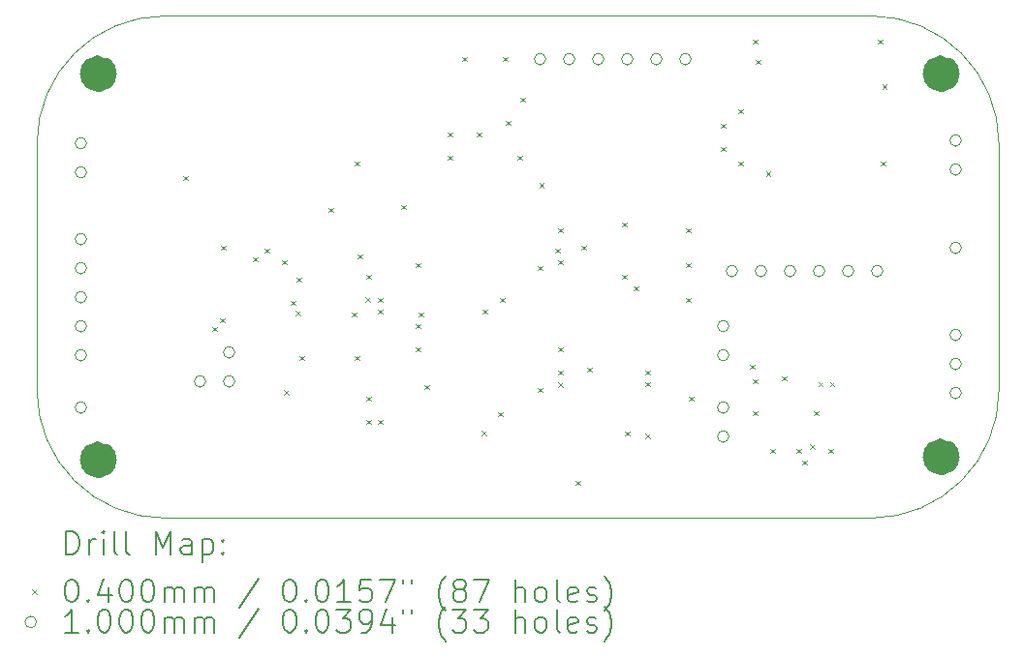
<source format=gbr>
%TF.GenerationSoftware,KiCad,Pcbnew,7.0.8*%
%TF.CreationDate,2024-04-12T14:19:26-07:00*%
%TF.ProjectId,2-channel-EEG,322d6368-616e-46e6-956c-2d4545472e6b,rev?*%
%TF.SameCoordinates,Original*%
%TF.FileFunction,Drillmap*%
%TF.FilePolarity,Positive*%
%FSLAX45Y45*%
G04 Gerber Fmt 4.5, Leading zero omitted, Abs format (unit mm)*
G04 Created by KiCad (PCBNEW 7.0.8) date 2024-04-12 14:19:26*
%MOMM*%
%LPD*%
G01*
G04 APERTURE LIST*
%ADD10C,0.100000*%
%ADD11C,1.625000*%
%ADD12C,0.200000*%
%ADD13C,0.040000*%
G04 APERTURE END LIST*
D10*
X13408855Y-8029145D02*
X19580255Y-8029145D01*
X19580255Y-12423345D02*
X13408855Y-12423345D01*
X20698255Y-9147145D02*
X20698255Y-11305345D01*
D11*
X20274250Y-8534400D02*
G75*
G03*
X20274250Y-8534400I-81250J0D01*
G01*
D10*
X20698257Y-9147145D02*
G75*
G03*
X19580255Y-8029143I-1118007J-5D01*
G01*
X12290855Y-11305345D02*
X12290855Y-9147145D01*
X13408855Y-8029145D02*
G75*
G03*
X12290855Y-9147145I0J-1118000D01*
G01*
X19580255Y-12423345D02*
G75*
G03*
X20698255Y-11305345I0J1118000D01*
G01*
D11*
X12908250Y-11912600D02*
G75*
G03*
X12908250Y-11912600I-81250J0D01*
G01*
X20274250Y-11887200D02*
G75*
G03*
X20274250Y-11887200I-81250J0D01*
G01*
D10*
X12290855Y-11305345D02*
G75*
G03*
X13408855Y-12423345I1118000J0D01*
G01*
D11*
X12908250Y-8534400D02*
G75*
G03*
X12908250Y-8534400I-81250J0D01*
G01*
D12*
D13*
X13569000Y-9428800D02*
X13609000Y-9468800D01*
X13609000Y-9428800D02*
X13569000Y-9468800D01*
X13823000Y-10749600D02*
X13863000Y-10789600D01*
X13863000Y-10749600D02*
X13823000Y-10789600D01*
X13893675Y-10673400D02*
X13933675Y-10713400D01*
X13933675Y-10673400D02*
X13893675Y-10713400D01*
X13899200Y-10038400D02*
X13939200Y-10078400D01*
X13939200Y-10038400D02*
X13899200Y-10078400D01*
X14178600Y-10140000D02*
X14218600Y-10180000D01*
X14218600Y-10140000D02*
X14178600Y-10180000D01*
X14280200Y-10063800D02*
X14320200Y-10103800D01*
X14320200Y-10063800D02*
X14280200Y-10103800D01*
X14432600Y-10165400D02*
X14472600Y-10205400D01*
X14472600Y-10165400D02*
X14432600Y-10205400D01*
X14451550Y-11301950D02*
X14491550Y-11341950D01*
X14491550Y-11301950D02*
X14451550Y-11341950D01*
X14508800Y-10521000D02*
X14548800Y-10561000D01*
X14548800Y-10521000D02*
X14508800Y-10561000D01*
X14553499Y-10610398D02*
X14593499Y-10650398D01*
X14593499Y-10610398D02*
X14553499Y-10650398D01*
X14559600Y-10317800D02*
X14599600Y-10357800D01*
X14599600Y-10317800D02*
X14559600Y-10357800D01*
X14585000Y-11003600D02*
X14625000Y-11043600D01*
X14625000Y-11003600D02*
X14585000Y-11043600D01*
X14839000Y-9708200D02*
X14879000Y-9748200D01*
X14879000Y-9708200D02*
X14839000Y-9748200D01*
X15042200Y-10622600D02*
X15082200Y-10662600D01*
X15082200Y-10622600D02*
X15042200Y-10662600D01*
X15067600Y-9301800D02*
X15107600Y-9341800D01*
X15107600Y-9301800D02*
X15067600Y-9341800D01*
X15067600Y-11003600D02*
X15107600Y-11043600D01*
X15107600Y-11003600D02*
X15067600Y-11043600D01*
X15093000Y-10114600D02*
X15133000Y-10154600D01*
X15133000Y-10114600D02*
X15093000Y-10154600D01*
X15163300Y-10491500D02*
X15203300Y-10531500D01*
X15203300Y-10491500D02*
X15163300Y-10531500D01*
X15169200Y-10292400D02*
X15209200Y-10332400D01*
X15209200Y-10292400D02*
X15169200Y-10332400D01*
X15169200Y-11359200D02*
X15209200Y-11399200D01*
X15209200Y-11359200D02*
X15169200Y-11399200D01*
X15169200Y-11562400D02*
X15209200Y-11602400D01*
X15209200Y-11562400D02*
X15169200Y-11602400D01*
X15270800Y-10495600D02*
X15310800Y-10535600D01*
X15310800Y-10495600D02*
X15270800Y-10535600D01*
X15270800Y-10597200D02*
X15310800Y-10637200D01*
X15310800Y-10597200D02*
X15270800Y-10637200D01*
X15270800Y-11562400D02*
X15310800Y-11602400D01*
X15310800Y-11562400D02*
X15270800Y-11602400D01*
X15474000Y-9682800D02*
X15514000Y-9722800D01*
X15514000Y-9682800D02*
X15474000Y-9722800D01*
X15601000Y-10190800D02*
X15641000Y-10230800D01*
X15641000Y-10190800D02*
X15601000Y-10230800D01*
X15601000Y-10724200D02*
X15641000Y-10764200D01*
X15641000Y-10724200D02*
X15601000Y-10764200D01*
X15601000Y-10927400D02*
X15641000Y-10967400D01*
X15641000Y-10927400D02*
X15601000Y-10967400D01*
X15626400Y-10622600D02*
X15666400Y-10662600D01*
X15666400Y-10622600D02*
X15626400Y-10662600D01*
X15677200Y-11257600D02*
X15717200Y-11297600D01*
X15717200Y-11257600D02*
X15677200Y-11297600D01*
X15880400Y-9047800D02*
X15920400Y-9087800D01*
X15920400Y-9047800D02*
X15880400Y-9087800D01*
X15880400Y-9251000D02*
X15920400Y-9291000D01*
X15920400Y-9251000D02*
X15880400Y-9291000D01*
X16007400Y-8387400D02*
X16047400Y-8427400D01*
X16047400Y-8387400D02*
X16007400Y-8427400D01*
X16134400Y-9047800D02*
X16174400Y-9087800D01*
X16174400Y-9047800D02*
X16134400Y-9087800D01*
X16177150Y-11655950D02*
X16217150Y-11695950D01*
X16217150Y-11655950D02*
X16177150Y-11695950D01*
X16185200Y-10597200D02*
X16225200Y-10637200D01*
X16225200Y-10597200D02*
X16185200Y-10637200D01*
X16319300Y-11493300D02*
X16359300Y-11533300D01*
X16359300Y-11493300D02*
X16319300Y-11533300D01*
X16337600Y-10495600D02*
X16377600Y-10535600D01*
X16377600Y-10495600D02*
X16337600Y-10535600D01*
X16363000Y-8387400D02*
X16403000Y-8427400D01*
X16403000Y-8387400D02*
X16363000Y-8427400D01*
X16388400Y-8946200D02*
X16428400Y-8986200D01*
X16428400Y-8946200D02*
X16388400Y-8986200D01*
X16490000Y-9251000D02*
X16530000Y-9291000D01*
X16530000Y-9251000D02*
X16490000Y-9291000D01*
X16515400Y-8743000D02*
X16555400Y-8783000D01*
X16555400Y-8743000D02*
X16515400Y-8783000D01*
X16667800Y-10216200D02*
X16707800Y-10256200D01*
X16707800Y-10216200D02*
X16667800Y-10256200D01*
X16667800Y-11283000D02*
X16707800Y-11323000D01*
X16707800Y-11283000D02*
X16667800Y-11323000D01*
X16680400Y-9492400D02*
X16720400Y-9532400D01*
X16720400Y-9492400D02*
X16680400Y-9532400D01*
X16820200Y-10063800D02*
X16860200Y-10103800D01*
X16860200Y-10063800D02*
X16820200Y-10103800D01*
X16845600Y-9886000D02*
X16885600Y-9926000D01*
X16885600Y-9886000D02*
X16845600Y-9926000D01*
X16845600Y-10165400D02*
X16885600Y-10205400D01*
X16885600Y-10165400D02*
X16845600Y-10205400D01*
X16845600Y-10927400D02*
X16885600Y-10967400D01*
X16885600Y-10927400D02*
X16845600Y-10967400D01*
X16845600Y-11130600D02*
X16885600Y-11170600D01*
X16885600Y-11130600D02*
X16845600Y-11170600D01*
X16845600Y-11236225D02*
X16885600Y-11276225D01*
X16885600Y-11236225D02*
X16845600Y-11276225D01*
X16998000Y-12095800D02*
X17038000Y-12135800D01*
X17038000Y-12095800D02*
X16998000Y-12135800D01*
X17048800Y-10038400D02*
X17088800Y-10078400D01*
X17088800Y-10038400D02*
X17048800Y-10078400D01*
X17099600Y-11105200D02*
X17139600Y-11145200D01*
X17139600Y-11105200D02*
X17099600Y-11145200D01*
X17404400Y-9835200D02*
X17444400Y-9875200D01*
X17444400Y-9835200D02*
X17404400Y-9875200D01*
X17404400Y-10292400D02*
X17444400Y-10332400D01*
X17444400Y-10292400D02*
X17404400Y-10332400D01*
X17429800Y-11664000D02*
X17469800Y-11704000D01*
X17469800Y-11664000D02*
X17429800Y-11704000D01*
X17506000Y-10394000D02*
X17546000Y-10434000D01*
X17546000Y-10394000D02*
X17506000Y-10434000D01*
X17607600Y-11130600D02*
X17647600Y-11170600D01*
X17647600Y-11130600D02*
X17607600Y-11170600D01*
X17607600Y-11232200D02*
X17647600Y-11272200D01*
X17647600Y-11232200D02*
X17607600Y-11272200D01*
X17607600Y-11686450D02*
X17647600Y-11726450D01*
X17647600Y-11686450D02*
X17607600Y-11726450D01*
X17963200Y-9886000D02*
X18003200Y-9926000D01*
X18003200Y-9886000D02*
X17963200Y-9926000D01*
X17963200Y-10190800D02*
X18003200Y-10230800D01*
X18003200Y-10190800D02*
X17963200Y-10230800D01*
X17963200Y-10495600D02*
X18003200Y-10535600D01*
X18003200Y-10495600D02*
X17963200Y-10535600D01*
X17988600Y-11359200D02*
X18028600Y-11399200D01*
X18028600Y-11359200D02*
X17988600Y-11399200D01*
X18268000Y-8971600D02*
X18308000Y-9011600D01*
X18308000Y-8971600D02*
X18268000Y-9011600D01*
X18268000Y-9174800D02*
X18308000Y-9214800D01*
X18308000Y-9174800D02*
X18268000Y-9214800D01*
X18420400Y-8844600D02*
X18460400Y-8884600D01*
X18460400Y-8844600D02*
X18420400Y-8884600D01*
X18420400Y-9301800D02*
X18460400Y-9341800D01*
X18460400Y-9301800D02*
X18420400Y-9341800D01*
X18522000Y-11079800D02*
X18562000Y-11119800D01*
X18562000Y-11079800D02*
X18522000Y-11119800D01*
X18547400Y-8235000D02*
X18587400Y-8275000D01*
X18587400Y-8235000D02*
X18547400Y-8275000D01*
X18547400Y-11206800D02*
X18587400Y-11246800D01*
X18587400Y-11206800D02*
X18547400Y-11246800D01*
X18547400Y-11486200D02*
X18587400Y-11526200D01*
X18587400Y-11486200D02*
X18547400Y-11526200D01*
X18572800Y-8412800D02*
X18612800Y-8452800D01*
X18612800Y-8412800D02*
X18572800Y-8452800D01*
X18661700Y-9390700D02*
X18701700Y-9430700D01*
X18701700Y-9390700D02*
X18661700Y-9430700D01*
X18699800Y-11816400D02*
X18739800Y-11856400D01*
X18739800Y-11816400D02*
X18699800Y-11856400D01*
X18801400Y-11181400D02*
X18841400Y-11221400D01*
X18841400Y-11181400D02*
X18801400Y-11221400D01*
X18928400Y-11816400D02*
X18968400Y-11856400D01*
X18968400Y-11816400D02*
X18928400Y-11856400D01*
X18979200Y-11918000D02*
X19019200Y-11958000D01*
X19019200Y-11918000D02*
X18979200Y-11958000D01*
X19045097Y-11778320D02*
X19085097Y-11818320D01*
X19085097Y-11778320D02*
X19045097Y-11818320D01*
X19080800Y-11486200D02*
X19120800Y-11526200D01*
X19120800Y-11486200D02*
X19080800Y-11526200D01*
X19119300Y-11232200D02*
X19159300Y-11272200D01*
X19159300Y-11232200D02*
X19119300Y-11272200D01*
X19207800Y-11816400D02*
X19247800Y-11856400D01*
X19247800Y-11816400D02*
X19207800Y-11856400D01*
X19220900Y-11232200D02*
X19260900Y-11272200D01*
X19260900Y-11232200D02*
X19220900Y-11272200D01*
X19639600Y-8235000D02*
X19679600Y-8275000D01*
X19679600Y-8235000D02*
X19639600Y-8275000D01*
X19665000Y-9301800D02*
X19705000Y-9341800D01*
X19705000Y-9301800D02*
X19665000Y-9341800D01*
X19678130Y-8628270D02*
X19718130Y-8668270D01*
X19718130Y-8628270D02*
X19678130Y-8668270D01*
D10*
X12724600Y-9143500D02*
G75*
G03*
X12724600Y-9143500I-50000J0D01*
G01*
X12724600Y-9397500D02*
G75*
G03*
X12724600Y-9397500I-50000J0D01*
G01*
X12724600Y-9982200D02*
G75*
G03*
X12724600Y-9982200I-50000J0D01*
G01*
X12724600Y-10236200D02*
G75*
G03*
X12724600Y-10236200I-50000J0D01*
G01*
X12724600Y-10490200D02*
G75*
G03*
X12724600Y-10490200I-50000J0D01*
G01*
X12724600Y-10744200D02*
G75*
G03*
X12724600Y-10744200I-50000J0D01*
G01*
X12724600Y-10998200D02*
G75*
G03*
X12724600Y-10998200I-50000J0D01*
G01*
X12724600Y-11455400D02*
G75*
G03*
X12724600Y-11455400I-50000J0D01*
G01*
X13766000Y-11226800D02*
G75*
G03*
X13766000Y-11226800I-50000J0D01*
G01*
X14020000Y-10972800D02*
G75*
G03*
X14020000Y-10972800I-50000J0D01*
G01*
X14020000Y-11226800D02*
G75*
G03*
X14020000Y-11226800I-50000J0D01*
G01*
X16737800Y-8407400D02*
G75*
G03*
X16737800Y-8407400I-50000J0D01*
G01*
X16991800Y-8407400D02*
G75*
G03*
X16991800Y-8407400I-50000J0D01*
G01*
X17245800Y-8407400D02*
G75*
G03*
X17245800Y-8407400I-50000J0D01*
G01*
X17499800Y-8407400D02*
G75*
G03*
X17499800Y-8407400I-50000J0D01*
G01*
X17753800Y-8407400D02*
G75*
G03*
X17753800Y-8407400I-50000J0D01*
G01*
X18007800Y-8407400D02*
G75*
G03*
X18007800Y-8407400I-50000J0D01*
G01*
X18338000Y-10743700D02*
G75*
G03*
X18338000Y-10743700I-50000J0D01*
G01*
X18338000Y-10997700D02*
G75*
G03*
X18338000Y-10997700I-50000J0D01*
G01*
X18338000Y-11455400D02*
G75*
G03*
X18338000Y-11455400I-50000J0D01*
G01*
X18338000Y-11709400D02*
G75*
G03*
X18338000Y-11709400I-50000J0D01*
G01*
X18414200Y-10261600D02*
G75*
G03*
X18414200Y-10261600I-50000J0D01*
G01*
X18668200Y-10261600D02*
G75*
G03*
X18668200Y-10261600I-50000J0D01*
G01*
X18922200Y-10261600D02*
G75*
G03*
X18922200Y-10261600I-50000J0D01*
G01*
X19176200Y-10261600D02*
G75*
G03*
X19176200Y-10261600I-50000J0D01*
G01*
X19430200Y-10261600D02*
G75*
G03*
X19430200Y-10261600I-50000J0D01*
G01*
X19684200Y-10261600D02*
G75*
G03*
X19684200Y-10261600I-50000J0D01*
G01*
X20370000Y-9118600D02*
G75*
G03*
X20370000Y-9118600I-50000J0D01*
G01*
X20370000Y-9372600D02*
G75*
G03*
X20370000Y-9372600I-50000J0D01*
G01*
X20370000Y-10058400D02*
G75*
G03*
X20370000Y-10058400I-50000J0D01*
G01*
X20370000Y-10820400D02*
G75*
G03*
X20370000Y-10820400I-50000J0D01*
G01*
X20370000Y-11074400D02*
G75*
G03*
X20370000Y-11074400I-50000J0D01*
G01*
X20370000Y-11328400D02*
G75*
G03*
X20370000Y-11328400I-50000J0D01*
G01*
D12*
X12546631Y-12739829D02*
X12546631Y-12539829D01*
X12546631Y-12539829D02*
X12594250Y-12539829D01*
X12594250Y-12539829D02*
X12622822Y-12549353D01*
X12622822Y-12549353D02*
X12641869Y-12568401D01*
X12641869Y-12568401D02*
X12651393Y-12587448D01*
X12651393Y-12587448D02*
X12660917Y-12625543D01*
X12660917Y-12625543D02*
X12660917Y-12654115D01*
X12660917Y-12654115D02*
X12651393Y-12692210D01*
X12651393Y-12692210D02*
X12641869Y-12711258D01*
X12641869Y-12711258D02*
X12622822Y-12730305D01*
X12622822Y-12730305D02*
X12594250Y-12739829D01*
X12594250Y-12739829D02*
X12546631Y-12739829D01*
X12746631Y-12739829D02*
X12746631Y-12606496D01*
X12746631Y-12644591D02*
X12756155Y-12625543D01*
X12756155Y-12625543D02*
X12765679Y-12616020D01*
X12765679Y-12616020D02*
X12784727Y-12606496D01*
X12784727Y-12606496D02*
X12803774Y-12606496D01*
X12870441Y-12739829D02*
X12870441Y-12606496D01*
X12870441Y-12539829D02*
X12860917Y-12549353D01*
X12860917Y-12549353D02*
X12870441Y-12558877D01*
X12870441Y-12558877D02*
X12879965Y-12549353D01*
X12879965Y-12549353D02*
X12870441Y-12539829D01*
X12870441Y-12539829D02*
X12870441Y-12558877D01*
X12994250Y-12739829D02*
X12975203Y-12730305D01*
X12975203Y-12730305D02*
X12965679Y-12711258D01*
X12965679Y-12711258D02*
X12965679Y-12539829D01*
X13099012Y-12739829D02*
X13079965Y-12730305D01*
X13079965Y-12730305D02*
X13070441Y-12711258D01*
X13070441Y-12711258D02*
X13070441Y-12539829D01*
X13327584Y-12739829D02*
X13327584Y-12539829D01*
X13327584Y-12539829D02*
X13394250Y-12682686D01*
X13394250Y-12682686D02*
X13460917Y-12539829D01*
X13460917Y-12539829D02*
X13460917Y-12739829D01*
X13641869Y-12739829D02*
X13641869Y-12635067D01*
X13641869Y-12635067D02*
X13632346Y-12616020D01*
X13632346Y-12616020D02*
X13613298Y-12606496D01*
X13613298Y-12606496D02*
X13575203Y-12606496D01*
X13575203Y-12606496D02*
X13556155Y-12616020D01*
X13641869Y-12730305D02*
X13622822Y-12739829D01*
X13622822Y-12739829D02*
X13575203Y-12739829D01*
X13575203Y-12739829D02*
X13556155Y-12730305D01*
X13556155Y-12730305D02*
X13546631Y-12711258D01*
X13546631Y-12711258D02*
X13546631Y-12692210D01*
X13546631Y-12692210D02*
X13556155Y-12673162D01*
X13556155Y-12673162D02*
X13575203Y-12663639D01*
X13575203Y-12663639D02*
X13622822Y-12663639D01*
X13622822Y-12663639D02*
X13641869Y-12654115D01*
X13737108Y-12606496D02*
X13737108Y-12806496D01*
X13737108Y-12616020D02*
X13756155Y-12606496D01*
X13756155Y-12606496D02*
X13794250Y-12606496D01*
X13794250Y-12606496D02*
X13813298Y-12616020D01*
X13813298Y-12616020D02*
X13822822Y-12625543D01*
X13822822Y-12625543D02*
X13832346Y-12644591D01*
X13832346Y-12644591D02*
X13832346Y-12701734D01*
X13832346Y-12701734D02*
X13822822Y-12720781D01*
X13822822Y-12720781D02*
X13813298Y-12730305D01*
X13813298Y-12730305D02*
X13794250Y-12739829D01*
X13794250Y-12739829D02*
X13756155Y-12739829D01*
X13756155Y-12739829D02*
X13737108Y-12730305D01*
X13918060Y-12720781D02*
X13927584Y-12730305D01*
X13927584Y-12730305D02*
X13918060Y-12739829D01*
X13918060Y-12739829D02*
X13908536Y-12730305D01*
X13908536Y-12730305D02*
X13918060Y-12720781D01*
X13918060Y-12720781D02*
X13918060Y-12739829D01*
X13918060Y-12616020D02*
X13927584Y-12625543D01*
X13927584Y-12625543D02*
X13918060Y-12635067D01*
X13918060Y-12635067D02*
X13908536Y-12625543D01*
X13908536Y-12625543D02*
X13918060Y-12616020D01*
X13918060Y-12616020D02*
X13918060Y-12635067D01*
D13*
X12245855Y-13048345D02*
X12285855Y-13088345D01*
X12285855Y-13048345D02*
X12245855Y-13088345D01*
D12*
X12584727Y-12959829D02*
X12603774Y-12959829D01*
X12603774Y-12959829D02*
X12622822Y-12969353D01*
X12622822Y-12969353D02*
X12632346Y-12978877D01*
X12632346Y-12978877D02*
X12641869Y-12997924D01*
X12641869Y-12997924D02*
X12651393Y-13036020D01*
X12651393Y-13036020D02*
X12651393Y-13083639D01*
X12651393Y-13083639D02*
X12641869Y-13121734D01*
X12641869Y-13121734D02*
X12632346Y-13140781D01*
X12632346Y-13140781D02*
X12622822Y-13150305D01*
X12622822Y-13150305D02*
X12603774Y-13159829D01*
X12603774Y-13159829D02*
X12584727Y-13159829D01*
X12584727Y-13159829D02*
X12565679Y-13150305D01*
X12565679Y-13150305D02*
X12556155Y-13140781D01*
X12556155Y-13140781D02*
X12546631Y-13121734D01*
X12546631Y-13121734D02*
X12537108Y-13083639D01*
X12537108Y-13083639D02*
X12537108Y-13036020D01*
X12537108Y-13036020D02*
X12546631Y-12997924D01*
X12546631Y-12997924D02*
X12556155Y-12978877D01*
X12556155Y-12978877D02*
X12565679Y-12969353D01*
X12565679Y-12969353D02*
X12584727Y-12959829D01*
X12737108Y-13140781D02*
X12746631Y-13150305D01*
X12746631Y-13150305D02*
X12737108Y-13159829D01*
X12737108Y-13159829D02*
X12727584Y-13150305D01*
X12727584Y-13150305D02*
X12737108Y-13140781D01*
X12737108Y-13140781D02*
X12737108Y-13159829D01*
X12918060Y-13026496D02*
X12918060Y-13159829D01*
X12870441Y-12950305D02*
X12822822Y-13093162D01*
X12822822Y-13093162D02*
X12946631Y-13093162D01*
X13060917Y-12959829D02*
X13079965Y-12959829D01*
X13079965Y-12959829D02*
X13099012Y-12969353D01*
X13099012Y-12969353D02*
X13108536Y-12978877D01*
X13108536Y-12978877D02*
X13118060Y-12997924D01*
X13118060Y-12997924D02*
X13127584Y-13036020D01*
X13127584Y-13036020D02*
X13127584Y-13083639D01*
X13127584Y-13083639D02*
X13118060Y-13121734D01*
X13118060Y-13121734D02*
X13108536Y-13140781D01*
X13108536Y-13140781D02*
X13099012Y-13150305D01*
X13099012Y-13150305D02*
X13079965Y-13159829D01*
X13079965Y-13159829D02*
X13060917Y-13159829D01*
X13060917Y-13159829D02*
X13041869Y-13150305D01*
X13041869Y-13150305D02*
X13032346Y-13140781D01*
X13032346Y-13140781D02*
X13022822Y-13121734D01*
X13022822Y-13121734D02*
X13013298Y-13083639D01*
X13013298Y-13083639D02*
X13013298Y-13036020D01*
X13013298Y-13036020D02*
X13022822Y-12997924D01*
X13022822Y-12997924D02*
X13032346Y-12978877D01*
X13032346Y-12978877D02*
X13041869Y-12969353D01*
X13041869Y-12969353D02*
X13060917Y-12959829D01*
X13251393Y-12959829D02*
X13270441Y-12959829D01*
X13270441Y-12959829D02*
X13289489Y-12969353D01*
X13289489Y-12969353D02*
X13299012Y-12978877D01*
X13299012Y-12978877D02*
X13308536Y-12997924D01*
X13308536Y-12997924D02*
X13318060Y-13036020D01*
X13318060Y-13036020D02*
X13318060Y-13083639D01*
X13318060Y-13083639D02*
X13308536Y-13121734D01*
X13308536Y-13121734D02*
X13299012Y-13140781D01*
X13299012Y-13140781D02*
X13289489Y-13150305D01*
X13289489Y-13150305D02*
X13270441Y-13159829D01*
X13270441Y-13159829D02*
X13251393Y-13159829D01*
X13251393Y-13159829D02*
X13232346Y-13150305D01*
X13232346Y-13150305D02*
X13222822Y-13140781D01*
X13222822Y-13140781D02*
X13213298Y-13121734D01*
X13213298Y-13121734D02*
X13203774Y-13083639D01*
X13203774Y-13083639D02*
X13203774Y-13036020D01*
X13203774Y-13036020D02*
X13213298Y-12997924D01*
X13213298Y-12997924D02*
X13222822Y-12978877D01*
X13222822Y-12978877D02*
X13232346Y-12969353D01*
X13232346Y-12969353D02*
X13251393Y-12959829D01*
X13403774Y-13159829D02*
X13403774Y-13026496D01*
X13403774Y-13045543D02*
X13413298Y-13036020D01*
X13413298Y-13036020D02*
X13432346Y-13026496D01*
X13432346Y-13026496D02*
X13460917Y-13026496D01*
X13460917Y-13026496D02*
X13479965Y-13036020D01*
X13479965Y-13036020D02*
X13489489Y-13055067D01*
X13489489Y-13055067D02*
X13489489Y-13159829D01*
X13489489Y-13055067D02*
X13499012Y-13036020D01*
X13499012Y-13036020D02*
X13518060Y-13026496D01*
X13518060Y-13026496D02*
X13546631Y-13026496D01*
X13546631Y-13026496D02*
X13565679Y-13036020D01*
X13565679Y-13036020D02*
X13575203Y-13055067D01*
X13575203Y-13055067D02*
X13575203Y-13159829D01*
X13670441Y-13159829D02*
X13670441Y-13026496D01*
X13670441Y-13045543D02*
X13679965Y-13036020D01*
X13679965Y-13036020D02*
X13699012Y-13026496D01*
X13699012Y-13026496D02*
X13727584Y-13026496D01*
X13727584Y-13026496D02*
X13746631Y-13036020D01*
X13746631Y-13036020D02*
X13756155Y-13055067D01*
X13756155Y-13055067D02*
X13756155Y-13159829D01*
X13756155Y-13055067D02*
X13765679Y-13036020D01*
X13765679Y-13036020D02*
X13784727Y-13026496D01*
X13784727Y-13026496D02*
X13813298Y-13026496D01*
X13813298Y-13026496D02*
X13832346Y-13036020D01*
X13832346Y-13036020D02*
X13841870Y-13055067D01*
X13841870Y-13055067D02*
X13841870Y-13159829D01*
X14232346Y-12950305D02*
X14060917Y-13207448D01*
X14489489Y-12959829D02*
X14508536Y-12959829D01*
X14508536Y-12959829D02*
X14527584Y-12969353D01*
X14527584Y-12969353D02*
X14537108Y-12978877D01*
X14537108Y-12978877D02*
X14546632Y-12997924D01*
X14546632Y-12997924D02*
X14556155Y-13036020D01*
X14556155Y-13036020D02*
X14556155Y-13083639D01*
X14556155Y-13083639D02*
X14546632Y-13121734D01*
X14546632Y-13121734D02*
X14537108Y-13140781D01*
X14537108Y-13140781D02*
X14527584Y-13150305D01*
X14527584Y-13150305D02*
X14508536Y-13159829D01*
X14508536Y-13159829D02*
X14489489Y-13159829D01*
X14489489Y-13159829D02*
X14470441Y-13150305D01*
X14470441Y-13150305D02*
X14460917Y-13140781D01*
X14460917Y-13140781D02*
X14451393Y-13121734D01*
X14451393Y-13121734D02*
X14441870Y-13083639D01*
X14441870Y-13083639D02*
X14441870Y-13036020D01*
X14441870Y-13036020D02*
X14451393Y-12997924D01*
X14451393Y-12997924D02*
X14460917Y-12978877D01*
X14460917Y-12978877D02*
X14470441Y-12969353D01*
X14470441Y-12969353D02*
X14489489Y-12959829D01*
X14641870Y-13140781D02*
X14651393Y-13150305D01*
X14651393Y-13150305D02*
X14641870Y-13159829D01*
X14641870Y-13159829D02*
X14632346Y-13150305D01*
X14632346Y-13150305D02*
X14641870Y-13140781D01*
X14641870Y-13140781D02*
X14641870Y-13159829D01*
X14775203Y-12959829D02*
X14794251Y-12959829D01*
X14794251Y-12959829D02*
X14813298Y-12969353D01*
X14813298Y-12969353D02*
X14822822Y-12978877D01*
X14822822Y-12978877D02*
X14832346Y-12997924D01*
X14832346Y-12997924D02*
X14841870Y-13036020D01*
X14841870Y-13036020D02*
X14841870Y-13083639D01*
X14841870Y-13083639D02*
X14832346Y-13121734D01*
X14832346Y-13121734D02*
X14822822Y-13140781D01*
X14822822Y-13140781D02*
X14813298Y-13150305D01*
X14813298Y-13150305D02*
X14794251Y-13159829D01*
X14794251Y-13159829D02*
X14775203Y-13159829D01*
X14775203Y-13159829D02*
X14756155Y-13150305D01*
X14756155Y-13150305D02*
X14746632Y-13140781D01*
X14746632Y-13140781D02*
X14737108Y-13121734D01*
X14737108Y-13121734D02*
X14727584Y-13083639D01*
X14727584Y-13083639D02*
X14727584Y-13036020D01*
X14727584Y-13036020D02*
X14737108Y-12997924D01*
X14737108Y-12997924D02*
X14746632Y-12978877D01*
X14746632Y-12978877D02*
X14756155Y-12969353D01*
X14756155Y-12969353D02*
X14775203Y-12959829D01*
X15032346Y-13159829D02*
X14918060Y-13159829D01*
X14975203Y-13159829D02*
X14975203Y-12959829D01*
X14975203Y-12959829D02*
X14956155Y-12988401D01*
X14956155Y-12988401D02*
X14937108Y-13007448D01*
X14937108Y-13007448D02*
X14918060Y-13016972D01*
X15213298Y-12959829D02*
X15118060Y-12959829D01*
X15118060Y-12959829D02*
X15108536Y-13055067D01*
X15108536Y-13055067D02*
X15118060Y-13045543D01*
X15118060Y-13045543D02*
X15137108Y-13036020D01*
X15137108Y-13036020D02*
X15184727Y-13036020D01*
X15184727Y-13036020D02*
X15203774Y-13045543D01*
X15203774Y-13045543D02*
X15213298Y-13055067D01*
X15213298Y-13055067D02*
X15222822Y-13074115D01*
X15222822Y-13074115D02*
X15222822Y-13121734D01*
X15222822Y-13121734D02*
X15213298Y-13140781D01*
X15213298Y-13140781D02*
X15203774Y-13150305D01*
X15203774Y-13150305D02*
X15184727Y-13159829D01*
X15184727Y-13159829D02*
X15137108Y-13159829D01*
X15137108Y-13159829D02*
X15118060Y-13150305D01*
X15118060Y-13150305D02*
X15108536Y-13140781D01*
X15289489Y-12959829D02*
X15422822Y-12959829D01*
X15422822Y-12959829D02*
X15337108Y-13159829D01*
X15489489Y-12959829D02*
X15489489Y-12997924D01*
X15565679Y-12959829D02*
X15565679Y-12997924D01*
X15860917Y-13236020D02*
X15851394Y-13226496D01*
X15851394Y-13226496D02*
X15832346Y-13197924D01*
X15832346Y-13197924D02*
X15822822Y-13178877D01*
X15822822Y-13178877D02*
X15813298Y-13150305D01*
X15813298Y-13150305D02*
X15803775Y-13102686D01*
X15803775Y-13102686D02*
X15803775Y-13064591D01*
X15803775Y-13064591D02*
X15813298Y-13016972D01*
X15813298Y-13016972D02*
X15822822Y-12988401D01*
X15822822Y-12988401D02*
X15832346Y-12969353D01*
X15832346Y-12969353D02*
X15851394Y-12940781D01*
X15851394Y-12940781D02*
X15860917Y-12931258D01*
X15965679Y-13045543D02*
X15946632Y-13036020D01*
X15946632Y-13036020D02*
X15937108Y-13026496D01*
X15937108Y-13026496D02*
X15927584Y-13007448D01*
X15927584Y-13007448D02*
X15927584Y-12997924D01*
X15927584Y-12997924D02*
X15937108Y-12978877D01*
X15937108Y-12978877D02*
X15946632Y-12969353D01*
X15946632Y-12969353D02*
X15965679Y-12959829D01*
X15965679Y-12959829D02*
X16003775Y-12959829D01*
X16003775Y-12959829D02*
X16022822Y-12969353D01*
X16022822Y-12969353D02*
X16032346Y-12978877D01*
X16032346Y-12978877D02*
X16041870Y-12997924D01*
X16041870Y-12997924D02*
X16041870Y-13007448D01*
X16041870Y-13007448D02*
X16032346Y-13026496D01*
X16032346Y-13026496D02*
X16022822Y-13036020D01*
X16022822Y-13036020D02*
X16003775Y-13045543D01*
X16003775Y-13045543D02*
X15965679Y-13045543D01*
X15965679Y-13045543D02*
X15946632Y-13055067D01*
X15946632Y-13055067D02*
X15937108Y-13064591D01*
X15937108Y-13064591D02*
X15927584Y-13083639D01*
X15927584Y-13083639D02*
X15927584Y-13121734D01*
X15927584Y-13121734D02*
X15937108Y-13140781D01*
X15937108Y-13140781D02*
X15946632Y-13150305D01*
X15946632Y-13150305D02*
X15965679Y-13159829D01*
X15965679Y-13159829D02*
X16003775Y-13159829D01*
X16003775Y-13159829D02*
X16022822Y-13150305D01*
X16022822Y-13150305D02*
X16032346Y-13140781D01*
X16032346Y-13140781D02*
X16041870Y-13121734D01*
X16041870Y-13121734D02*
X16041870Y-13083639D01*
X16041870Y-13083639D02*
X16032346Y-13064591D01*
X16032346Y-13064591D02*
X16022822Y-13055067D01*
X16022822Y-13055067D02*
X16003775Y-13045543D01*
X16108536Y-12959829D02*
X16241870Y-12959829D01*
X16241870Y-12959829D02*
X16156155Y-13159829D01*
X16470441Y-13159829D02*
X16470441Y-12959829D01*
X16556156Y-13159829D02*
X16556156Y-13055067D01*
X16556156Y-13055067D02*
X16546632Y-13036020D01*
X16546632Y-13036020D02*
X16527584Y-13026496D01*
X16527584Y-13026496D02*
X16499013Y-13026496D01*
X16499013Y-13026496D02*
X16479965Y-13036020D01*
X16479965Y-13036020D02*
X16470441Y-13045543D01*
X16679965Y-13159829D02*
X16660917Y-13150305D01*
X16660917Y-13150305D02*
X16651394Y-13140781D01*
X16651394Y-13140781D02*
X16641870Y-13121734D01*
X16641870Y-13121734D02*
X16641870Y-13064591D01*
X16641870Y-13064591D02*
X16651394Y-13045543D01*
X16651394Y-13045543D02*
X16660917Y-13036020D01*
X16660917Y-13036020D02*
X16679965Y-13026496D01*
X16679965Y-13026496D02*
X16708537Y-13026496D01*
X16708537Y-13026496D02*
X16727584Y-13036020D01*
X16727584Y-13036020D02*
X16737108Y-13045543D01*
X16737108Y-13045543D02*
X16746632Y-13064591D01*
X16746632Y-13064591D02*
X16746632Y-13121734D01*
X16746632Y-13121734D02*
X16737108Y-13140781D01*
X16737108Y-13140781D02*
X16727584Y-13150305D01*
X16727584Y-13150305D02*
X16708537Y-13159829D01*
X16708537Y-13159829D02*
X16679965Y-13159829D01*
X16860918Y-13159829D02*
X16841870Y-13150305D01*
X16841870Y-13150305D02*
X16832346Y-13131258D01*
X16832346Y-13131258D02*
X16832346Y-12959829D01*
X17013299Y-13150305D02*
X16994251Y-13159829D01*
X16994251Y-13159829D02*
X16956156Y-13159829D01*
X16956156Y-13159829D02*
X16937108Y-13150305D01*
X16937108Y-13150305D02*
X16927584Y-13131258D01*
X16927584Y-13131258D02*
X16927584Y-13055067D01*
X16927584Y-13055067D02*
X16937108Y-13036020D01*
X16937108Y-13036020D02*
X16956156Y-13026496D01*
X16956156Y-13026496D02*
X16994251Y-13026496D01*
X16994251Y-13026496D02*
X17013299Y-13036020D01*
X17013299Y-13036020D02*
X17022822Y-13055067D01*
X17022822Y-13055067D02*
X17022822Y-13074115D01*
X17022822Y-13074115D02*
X16927584Y-13093162D01*
X17099013Y-13150305D02*
X17118060Y-13159829D01*
X17118060Y-13159829D02*
X17156156Y-13159829D01*
X17156156Y-13159829D02*
X17175203Y-13150305D01*
X17175203Y-13150305D02*
X17184727Y-13131258D01*
X17184727Y-13131258D02*
X17184727Y-13121734D01*
X17184727Y-13121734D02*
X17175203Y-13102686D01*
X17175203Y-13102686D02*
X17156156Y-13093162D01*
X17156156Y-13093162D02*
X17127584Y-13093162D01*
X17127584Y-13093162D02*
X17108537Y-13083639D01*
X17108537Y-13083639D02*
X17099013Y-13064591D01*
X17099013Y-13064591D02*
X17099013Y-13055067D01*
X17099013Y-13055067D02*
X17108537Y-13036020D01*
X17108537Y-13036020D02*
X17127584Y-13026496D01*
X17127584Y-13026496D02*
X17156156Y-13026496D01*
X17156156Y-13026496D02*
X17175203Y-13036020D01*
X17251394Y-13236020D02*
X17260918Y-13226496D01*
X17260918Y-13226496D02*
X17279965Y-13197924D01*
X17279965Y-13197924D02*
X17289489Y-13178877D01*
X17289489Y-13178877D02*
X17299013Y-13150305D01*
X17299013Y-13150305D02*
X17308537Y-13102686D01*
X17308537Y-13102686D02*
X17308537Y-13064591D01*
X17308537Y-13064591D02*
X17299013Y-13016972D01*
X17299013Y-13016972D02*
X17289489Y-12988401D01*
X17289489Y-12988401D02*
X17279965Y-12969353D01*
X17279965Y-12969353D02*
X17260918Y-12940781D01*
X17260918Y-12940781D02*
X17251394Y-12931258D01*
D10*
X12285855Y-13332345D02*
G75*
G03*
X12285855Y-13332345I-50000J0D01*
G01*
D12*
X12651393Y-13423829D02*
X12537108Y-13423829D01*
X12594250Y-13423829D02*
X12594250Y-13223829D01*
X12594250Y-13223829D02*
X12575203Y-13252401D01*
X12575203Y-13252401D02*
X12556155Y-13271448D01*
X12556155Y-13271448D02*
X12537108Y-13280972D01*
X12737108Y-13404781D02*
X12746631Y-13414305D01*
X12746631Y-13414305D02*
X12737108Y-13423829D01*
X12737108Y-13423829D02*
X12727584Y-13414305D01*
X12727584Y-13414305D02*
X12737108Y-13404781D01*
X12737108Y-13404781D02*
X12737108Y-13423829D01*
X12870441Y-13223829D02*
X12889489Y-13223829D01*
X12889489Y-13223829D02*
X12908536Y-13233353D01*
X12908536Y-13233353D02*
X12918060Y-13242877D01*
X12918060Y-13242877D02*
X12927584Y-13261924D01*
X12927584Y-13261924D02*
X12937108Y-13300020D01*
X12937108Y-13300020D02*
X12937108Y-13347639D01*
X12937108Y-13347639D02*
X12927584Y-13385734D01*
X12927584Y-13385734D02*
X12918060Y-13404781D01*
X12918060Y-13404781D02*
X12908536Y-13414305D01*
X12908536Y-13414305D02*
X12889489Y-13423829D01*
X12889489Y-13423829D02*
X12870441Y-13423829D01*
X12870441Y-13423829D02*
X12851393Y-13414305D01*
X12851393Y-13414305D02*
X12841869Y-13404781D01*
X12841869Y-13404781D02*
X12832346Y-13385734D01*
X12832346Y-13385734D02*
X12822822Y-13347639D01*
X12822822Y-13347639D02*
X12822822Y-13300020D01*
X12822822Y-13300020D02*
X12832346Y-13261924D01*
X12832346Y-13261924D02*
X12841869Y-13242877D01*
X12841869Y-13242877D02*
X12851393Y-13233353D01*
X12851393Y-13233353D02*
X12870441Y-13223829D01*
X13060917Y-13223829D02*
X13079965Y-13223829D01*
X13079965Y-13223829D02*
X13099012Y-13233353D01*
X13099012Y-13233353D02*
X13108536Y-13242877D01*
X13108536Y-13242877D02*
X13118060Y-13261924D01*
X13118060Y-13261924D02*
X13127584Y-13300020D01*
X13127584Y-13300020D02*
X13127584Y-13347639D01*
X13127584Y-13347639D02*
X13118060Y-13385734D01*
X13118060Y-13385734D02*
X13108536Y-13404781D01*
X13108536Y-13404781D02*
X13099012Y-13414305D01*
X13099012Y-13414305D02*
X13079965Y-13423829D01*
X13079965Y-13423829D02*
X13060917Y-13423829D01*
X13060917Y-13423829D02*
X13041869Y-13414305D01*
X13041869Y-13414305D02*
X13032346Y-13404781D01*
X13032346Y-13404781D02*
X13022822Y-13385734D01*
X13022822Y-13385734D02*
X13013298Y-13347639D01*
X13013298Y-13347639D02*
X13013298Y-13300020D01*
X13013298Y-13300020D02*
X13022822Y-13261924D01*
X13022822Y-13261924D02*
X13032346Y-13242877D01*
X13032346Y-13242877D02*
X13041869Y-13233353D01*
X13041869Y-13233353D02*
X13060917Y-13223829D01*
X13251393Y-13223829D02*
X13270441Y-13223829D01*
X13270441Y-13223829D02*
X13289489Y-13233353D01*
X13289489Y-13233353D02*
X13299012Y-13242877D01*
X13299012Y-13242877D02*
X13308536Y-13261924D01*
X13308536Y-13261924D02*
X13318060Y-13300020D01*
X13318060Y-13300020D02*
X13318060Y-13347639D01*
X13318060Y-13347639D02*
X13308536Y-13385734D01*
X13308536Y-13385734D02*
X13299012Y-13404781D01*
X13299012Y-13404781D02*
X13289489Y-13414305D01*
X13289489Y-13414305D02*
X13270441Y-13423829D01*
X13270441Y-13423829D02*
X13251393Y-13423829D01*
X13251393Y-13423829D02*
X13232346Y-13414305D01*
X13232346Y-13414305D02*
X13222822Y-13404781D01*
X13222822Y-13404781D02*
X13213298Y-13385734D01*
X13213298Y-13385734D02*
X13203774Y-13347639D01*
X13203774Y-13347639D02*
X13203774Y-13300020D01*
X13203774Y-13300020D02*
X13213298Y-13261924D01*
X13213298Y-13261924D02*
X13222822Y-13242877D01*
X13222822Y-13242877D02*
X13232346Y-13233353D01*
X13232346Y-13233353D02*
X13251393Y-13223829D01*
X13403774Y-13423829D02*
X13403774Y-13290496D01*
X13403774Y-13309543D02*
X13413298Y-13300020D01*
X13413298Y-13300020D02*
X13432346Y-13290496D01*
X13432346Y-13290496D02*
X13460917Y-13290496D01*
X13460917Y-13290496D02*
X13479965Y-13300020D01*
X13479965Y-13300020D02*
X13489489Y-13319067D01*
X13489489Y-13319067D02*
X13489489Y-13423829D01*
X13489489Y-13319067D02*
X13499012Y-13300020D01*
X13499012Y-13300020D02*
X13518060Y-13290496D01*
X13518060Y-13290496D02*
X13546631Y-13290496D01*
X13546631Y-13290496D02*
X13565679Y-13300020D01*
X13565679Y-13300020D02*
X13575203Y-13319067D01*
X13575203Y-13319067D02*
X13575203Y-13423829D01*
X13670441Y-13423829D02*
X13670441Y-13290496D01*
X13670441Y-13309543D02*
X13679965Y-13300020D01*
X13679965Y-13300020D02*
X13699012Y-13290496D01*
X13699012Y-13290496D02*
X13727584Y-13290496D01*
X13727584Y-13290496D02*
X13746631Y-13300020D01*
X13746631Y-13300020D02*
X13756155Y-13319067D01*
X13756155Y-13319067D02*
X13756155Y-13423829D01*
X13756155Y-13319067D02*
X13765679Y-13300020D01*
X13765679Y-13300020D02*
X13784727Y-13290496D01*
X13784727Y-13290496D02*
X13813298Y-13290496D01*
X13813298Y-13290496D02*
X13832346Y-13300020D01*
X13832346Y-13300020D02*
X13841870Y-13319067D01*
X13841870Y-13319067D02*
X13841870Y-13423829D01*
X14232346Y-13214305D02*
X14060917Y-13471448D01*
X14489489Y-13223829D02*
X14508536Y-13223829D01*
X14508536Y-13223829D02*
X14527584Y-13233353D01*
X14527584Y-13233353D02*
X14537108Y-13242877D01*
X14537108Y-13242877D02*
X14546632Y-13261924D01*
X14546632Y-13261924D02*
X14556155Y-13300020D01*
X14556155Y-13300020D02*
X14556155Y-13347639D01*
X14556155Y-13347639D02*
X14546632Y-13385734D01*
X14546632Y-13385734D02*
X14537108Y-13404781D01*
X14537108Y-13404781D02*
X14527584Y-13414305D01*
X14527584Y-13414305D02*
X14508536Y-13423829D01*
X14508536Y-13423829D02*
X14489489Y-13423829D01*
X14489489Y-13423829D02*
X14470441Y-13414305D01*
X14470441Y-13414305D02*
X14460917Y-13404781D01*
X14460917Y-13404781D02*
X14451393Y-13385734D01*
X14451393Y-13385734D02*
X14441870Y-13347639D01*
X14441870Y-13347639D02*
X14441870Y-13300020D01*
X14441870Y-13300020D02*
X14451393Y-13261924D01*
X14451393Y-13261924D02*
X14460917Y-13242877D01*
X14460917Y-13242877D02*
X14470441Y-13233353D01*
X14470441Y-13233353D02*
X14489489Y-13223829D01*
X14641870Y-13404781D02*
X14651393Y-13414305D01*
X14651393Y-13414305D02*
X14641870Y-13423829D01*
X14641870Y-13423829D02*
X14632346Y-13414305D01*
X14632346Y-13414305D02*
X14641870Y-13404781D01*
X14641870Y-13404781D02*
X14641870Y-13423829D01*
X14775203Y-13223829D02*
X14794251Y-13223829D01*
X14794251Y-13223829D02*
X14813298Y-13233353D01*
X14813298Y-13233353D02*
X14822822Y-13242877D01*
X14822822Y-13242877D02*
X14832346Y-13261924D01*
X14832346Y-13261924D02*
X14841870Y-13300020D01*
X14841870Y-13300020D02*
X14841870Y-13347639D01*
X14841870Y-13347639D02*
X14832346Y-13385734D01*
X14832346Y-13385734D02*
X14822822Y-13404781D01*
X14822822Y-13404781D02*
X14813298Y-13414305D01*
X14813298Y-13414305D02*
X14794251Y-13423829D01*
X14794251Y-13423829D02*
X14775203Y-13423829D01*
X14775203Y-13423829D02*
X14756155Y-13414305D01*
X14756155Y-13414305D02*
X14746632Y-13404781D01*
X14746632Y-13404781D02*
X14737108Y-13385734D01*
X14737108Y-13385734D02*
X14727584Y-13347639D01*
X14727584Y-13347639D02*
X14727584Y-13300020D01*
X14727584Y-13300020D02*
X14737108Y-13261924D01*
X14737108Y-13261924D02*
X14746632Y-13242877D01*
X14746632Y-13242877D02*
X14756155Y-13233353D01*
X14756155Y-13233353D02*
X14775203Y-13223829D01*
X14908536Y-13223829D02*
X15032346Y-13223829D01*
X15032346Y-13223829D02*
X14965679Y-13300020D01*
X14965679Y-13300020D02*
X14994251Y-13300020D01*
X14994251Y-13300020D02*
X15013298Y-13309543D01*
X15013298Y-13309543D02*
X15022822Y-13319067D01*
X15022822Y-13319067D02*
X15032346Y-13338115D01*
X15032346Y-13338115D02*
X15032346Y-13385734D01*
X15032346Y-13385734D02*
X15022822Y-13404781D01*
X15022822Y-13404781D02*
X15013298Y-13414305D01*
X15013298Y-13414305D02*
X14994251Y-13423829D01*
X14994251Y-13423829D02*
X14937108Y-13423829D01*
X14937108Y-13423829D02*
X14918060Y-13414305D01*
X14918060Y-13414305D02*
X14908536Y-13404781D01*
X15127584Y-13423829D02*
X15165679Y-13423829D01*
X15165679Y-13423829D02*
X15184727Y-13414305D01*
X15184727Y-13414305D02*
X15194251Y-13404781D01*
X15194251Y-13404781D02*
X15213298Y-13376210D01*
X15213298Y-13376210D02*
X15222822Y-13338115D01*
X15222822Y-13338115D02*
X15222822Y-13261924D01*
X15222822Y-13261924D02*
X15213298Y-13242877D01*
X15213298Y-13242877D02*
X15203774Y-13233353D01*
X15203774Y-13233353D02*
X15184727Y-13223829D01*
X15184727Y-13223829D02*
X15146632Y-13223829D01*
X15146632Y-13223829D02*
X15127584Y-13233353D01*
X15127584Y-13233353D02*
X15118060Y-13242877D01*
X15118060Y-13242877D02*
X15108536Y-13261924D01*
X15108536Y-13261924D02*
X15108536Y-13309543D01*
X15108536Y-13309543D02*
X15118060Y-13328591D01*
X15118060Y-13328591D02*
X15127584Y-13338115D01*
X15127584Y-13338115D02*
X15146632Y-13347639D01*
X15146632Y-13347639D02*
X15184727Y-13347639D01*
X15184727Y-13347639D02*
X15203774Y-13338115D01*
X15203774Y-13338115D02*
X15213298Y-13328591D01*
X15213298Y-13328591D02*
X15222822Y-13309543D01*
X15394251Y-13290496D02*
X15394251Y-13423829D01*
X15346632Y-13214305D02*
X15299013Y-13357162D01*
X15299013Y-13357162D02*
X15422822Y-13357162D01*
X15489489Y-13223829D02*
X15489489Y-13261924D01*
X15565679Y-13223829D02*
X15565679Y-13261924D01*
X15860917Y-13500020D02*
X15851394Y-13490496D01*
X15851394Y-13490496D02*
X15832346Y-13461924D01*
X15832346Y-13461924D02*
X15822822Y-13442877D01*
X15822822Y-13442877D02*
X15813298Y-13414305D01*
X15813298Y-13414305D02*
X15803775Y-13366686D01*
X15803775Y-13366686D02*
X15803775Y-13328591D01*
X15803775Y-13328591D02*
X15813298Y-13280972D01*
X15813298Y-13280972D02*
X15822822Y-13252401D01*
X15822822Y-13252401D02*
X15832346Y-13233353D01*
X15832346Y-13233353D02*
X15851394Y-13204781D01*
X15851394Y-13204781D02*
X15860917Y-13195258D01*
X15918060Y-13223829D02*
X16041870Y-13223829D01*
X16041870Y-13223829D02*
X15975203Y-13300020D01*
X15975203Y-13300020D02*
X16003775Y-13300020D01*
X16003775Y-13300020D02*
X16022822Y-13309543D01*
X16022822Y-13309543D02*
X16032346Y-13319067D01*
X16032346Y-13319067D02*
X16041870Y-13338115D01*
X16041870Y-13338115D02*
X16041870Y-13385734D01*
X16041870Y-13385734D02*
X16032346Y-13404781D01*
X16032346Y-13404781D02*
X16022822Y-13414305D01*
X16022822Y-13414305D02*
X16003775Y-13423829D01*
X16003775Y-13423829D02*
X15946632Y-13423829D01*
X15946632Y-13423829D02*
X15927584Y-13414305D01*
X15927584Y-13414305D02*
X15918060Y-13404781D01*
X16108536Y-13223829D02*
X16232346Y-13223829D01*
X16232346Y-13223829D02*
X16165679Y-13300020D01*
X16165679Y-13300020D02*
X16194251Y-13300020D01*
X16194251Y-13300020D02*
X16213298Y-13309543D01*
X16213298Y-13309543D02*
X16222822Y-13319067D01*
X16222822Y-13319067D02*
X16232346Y-13338115D01*
X16232346Y-13338115D02*
X16232346Y-13385734D01*
X16232346Y-13385734D02*
X16222822Y-13404781D01*
X16222822Y-13404781D02*
X16213298Y-13414305D01*
X16213298Y-13414305D02*
X16194251Y-13423829D01*
X16194251Y-13423829D02*
X16137108Y-13423829D01*
X16137108Y-13423829D02*
X16118060Y-13414305D01*
X16118060Y-13414305D02*
X16108536Y-13404781D01*
X16470441Y-13423829D02*
X16470441Y-13223829D01*
X16556156Y-13423829D02*
X16556156Y-13319067D01*
X16556156Y-13319067D02*
X16546632Y-13300020D01*
X16546632Y-13300020D02*
X16527584Y-13290496D01*
X16527584Y-13290496D02*
X16499013Y-13290496D01*
X16499013Y-13290496D02*
X16479965Y-13300020D01*
X16479965Y-13300020D02*
X16470441Y-13309543D01*
X16679965Y-13423829D02*
X16660917Y-13414305D01*
X16660917Y-13414305D02*
X16651394Y-13404781D01*
X16651394Y-13404781D02*
X16641870Y-13385734D01*
X16641870Y-13385734D02*
X16641870Y-13328591D01*
X16641870Y-13328591D02*
X16651394Y-13309543D01*
X16651394Y-13309543D02*
X16660917Y-13300020D01*
X16660917Y-13300020D02*
X16679965Y-13290496D01*
X16679965Y-13290496D02*
X16708537Y-13290496D01*
X16708537Y-13290496D02*
X16727584Y-13300020D01*
X16727584Y-13300020D02*
X16737108Y-13309543D01*
X16737108Y-13309543D02*
X16746632Y-13328591D01*
X16746632Y-13328591D02*
X16746632Y-13385734D01*
X16746632Y-13385734D02*
X16737108Y-13404781D01*
X16737108Y-13404781D02*
X16727584Y-13414305D01*
X16727584Y-13414305D02*
X16708537Y-13423829D01*
X16708537Y-13423829D02*
X16679965Y-13423829D01*
X16860918Y-13423829D02*
X16841870Y-13414305D01*
X16841870Y-13414305D02*
X16832346Y-13395258D01*
X16832346Y-13395258D02*
X16832346Y-13223829D01*
X17013299Y-13414305D02*
X16994251Y-13423829D01*
X16994251Y-13423829D02*
X16956156Y-13423829D01*
X16956156Y-13423829D02*
X16937108Y-13414305D01*
X16937108Y-13414305D02*
X16927584Y-13395258D01*
X16927584Y-13395258D02*
X16927584Y-13319067D01*
X16927584Y-13319067D02*
X16937108Y-13300020D01*
X16937108Y-13300020D02*
X16956156Y-13290496D01*
X16956156Y-13290496D02*
X16994251Y-13290496D01*
X16994251Y-13290496D02*
X17013299Y-13300020D01*
X17013299Y-13300020D02*
X17022822Y-13319067D01*
X17022822Y-13319067D02*
X17022822Y-13338115D01*
X17022822Y-13338115D02*
X16927584Y-13357162D01*
X17099013Y-13414305D02*
X17118060Y-13423829D01*
X17118060Y-13423829D02*
X17156156Y-13423829D01*
X17156156Y-13423829D02*
X17175203Y-13414305D01*
X17175203Y-13414305D02*
X17184727Y-13395258D01*
X17184727Y-13395258D02*
X17184727Y-13385734D01*
X17184727Y-13385734D02*
X17175203Y-13366686D01*
X17175203Y-13366686D02*
X17156156Y-13357162D01*
X17156156Y-13357162D02*
X17127584Y-13357162D01*
X17127584Y-13357162D02*
X17108537Y-13347639D01*
X17108537Y-13347639D02*
X17099013Y-13328591D01*
X17099013Y-13328591D02*
X17099013Y-13319067D01*
X17099013Y-13319067D02*
X17108537Y-13300020D01*
X17108537Y-13300020D02*
X17127584Y-13290496D01*
X17127584Y-13290496D02*
X17156156Y-13290496D01*
X17156156Y-13290496D02*
X17175203Y-13300020D01*
X17251394Y-13500020D02*
X17260918Y-13490496D01*
X17260918Y-13490496D02*
X17279965Y-13461924D01*
X17279965Y-13461924D02*
X17289489Y-13442877D01*
X17289489Y-13442877D02*
X17299013Y-13414305D01*
X17299013Y-13414305D02*
X17308537Y-13366686D01*
X17308537Y-13366686D02*
X17308537Y-13328591D01*
X17308537Y-13328591D02*
X17299013Y-13280972D01*
X17299013Y-13280972D02*
X17289489Y-13252401D01*
X17289489Y-13252401D02*
X17279965Y-13233353D01*
X17279965Y-13233353D02*
X17260918Y-13204781D01*
X17260918Y-13204781D02*
X17251394Y-13195258D01*
M02*

</source>
